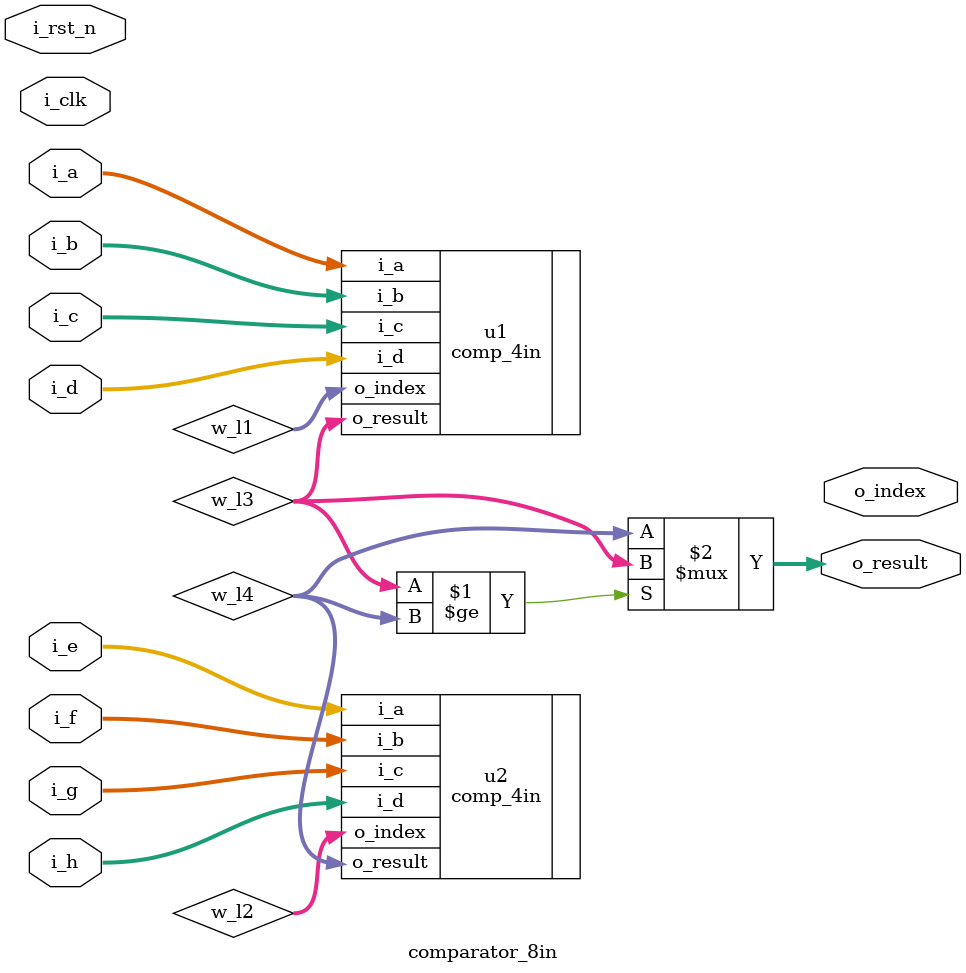
<source format=v>

module comparator_8in
#(parameter  p_width = 19)
(
input  i_clk,
input  i_rst_n,
input  [p_width-1:0]  i_a,
input  [p_width-1:0]  i_b,
input  [p_width-1:0]  i_c,
input  [p_width-1:0]  i_d,
input  [p_width-1:0]  i_e,
input  [p_width-1:0]  i_f,
input  [p_width-1:0]  i_g,
input  [p_width-1:0]  i_h,
output [p_width-1:0]  o_result,
output [7:0]          o_index
);

wire  [3:0]  w_l1, w_l2; 
wire  [3:0]  w_index;
reg   [7:0]  r_index;
wire         w_z;
wire  [p_width-1:0] w_l3,w_l4;


comp_4in
#(.p_width(p_width)) u1
(
.i_a(i_a),
.i_b(i_b),
.i_c(i_c),
.i_d(i_d),
.o_result(w_l3),
.o_index(w_l1)
);

comp_4in
#(.p_width(p_width)) u2
(
.i_a(i_e),
.i_b(i_f),
.i_c(i_g),
.i_d(i_h),
.o_result(w_l4),
.o_index(w_l2)
);

assign o_result = (w_l3 >= w_l4)? w_l3:w_l4;
assign w_index  = (w_l3 >= w_l4)? {4'b0000, w_l1}:{w_l2, 4'b0000};

always @( posedge ~i_clk or negedge i_rst_n)
begin
if(!i_rst_n) 
  r_index <=0;
else 
  r_index <= w_index;
end

endmodule 
</source>
